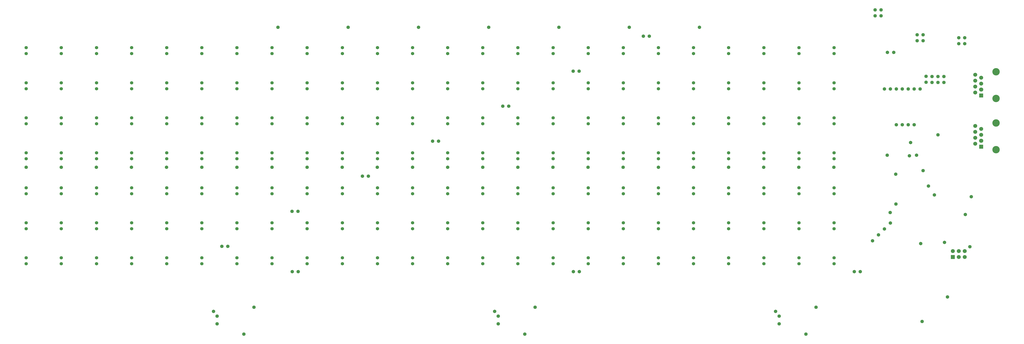
<source format=gbs>
%FSLAX25Y25*%
%MOIN*%
G70*
G01*
G75*
G04 Layer_Color=16711935*
%ADD10O,0.02165X0.06890*%
%ADD11O,0.06890X0.02165*%
%ADD12R,0.12992X0.07874*%
%ADD13O,0.02362X0.08661*%
%ADD14R,0.03543X0.03543*%
%ADD15C,0.03937*%
%ADD16R,0.03347X0.03347*%
%ADD17R,0.03937X0.03937*%
%ADD18R,0.06299X0.11811*%
%ADD19R,0.07874X0.23622*%
%ADD20R,0.06299X0.02362*%
%ADD21R,0.04921X0.12008*%
%ADD22R,0.04724X0.13780*%
%ADD23R,0.08661X0.09252*%
%ADD24R,0.06102X0.09252*%
%ADD25R,0.03347X0.06693*%
%ADD26R,0.21850X0.25590*%
%ADD27R,0.22638X0.25590*%
%ADD28R,0.02362X0.08661*%
%ADD29C,0.05000*%
%ADD30C,0.02000*%
%ADD31C,0.01500*%
%ADD32C,0.02500*%
%ADD33C,0.03000*%
%ADD34C,0.01000*%
%ADD35C,0.04724*%
%ADD36C,0.04724*%
%ADD37R,0.05906X0.05906*%
%ADD38C,0.05906*%
%ADD39C,0.05906*%
%ADD40C,0.06299*%
%ADD41C,0.11614*%
%ADD42R,0.05906X0.05906*%
%ADD43C,0.05000*%
%ADD44C,0.02362*%
%ADD45C,0.00984*%
%ADD46C,0.00787*%
%ADD47O,0.02965X0.07690*%
%ADD48O,0.07690X0.02965*%
%ADD49R,0.13792X0.08674*%
%ADD50O,0.03162X0.09461*%
%ADD51R,0.04343X0.04343*%
%ADD52C,0.09843*%
%ADD53R,0.04147X0.04147*%
%ADD54R,0.04737X0.04737*%
%ADD55R,0.07099X0.12611*%
%ADD56R,0.08674X0.24422*%
%ADD57R,0.07099X0.03162*%
%ADD58R,0.05721X0.12808*%
%ADD59R,0.05524X0.14579*%
%ADD60R,0.09461X0.10052*%
%ADD61R,0.06902X0.10052*%
%ADD62R,0.04147X0.07493*%
%ADD63R,0.22650X0.26391*%
%ADD64R,0.23438X0.26391*%
%ADD65R,0.03162X0.09461*%
%ADD66C,0.05524*%
%ADD67C,0.05524*%
%ADD68R,0.06706X0.06706*%
%ADD69C,0.06706*%
%ADD70C,0.06706*%
%ADD71C,0.07099*%
%ADD72C,0.12414*%
%ADD73R,0.06706X0.06706*%
%ADD74C,0.05800*%
D66*
X472441Y531496D02*
D03*
Y521496D02*
D03*
X590551Y236221D02*
D03*
Y226220D02*
D03*
X649606Y236221D02*
D03*
Y226220D02*
D03*
X708661Y236221D02*
D03*
Y226220D02*
D03*
X767717Y236221D02*
D03*
Y226220D02*
D03*
X826772Y236221D02*
D03*
Y226220D02*
D03*
X885827Y236221D02*
D03*
Y226220D02*
D03*
X944882Y236221D02*
D03*
Y226220D02*
D03*
X1003937Y236221D02*
D03*
Y226220D02*
D03*
X1062992Y236221D02*
D03*
Y226220D02*
D03*
X1122047Y236221D02*
D03*
Y226220D02*
D03*
X1181102Y236221D02*
D03*
Y226220D02*
D03*
X1240158Y236221D02*
D03*
Y226220D02*
D03*
X1299213Y236221D02*
D03*
Y226220D02*
D03*
X1358268Y236221D02*
D03*
Y226220D02*
D03*
X1417323Y236221D02*
D03*
Y226220D02*
D03*
X1476378Y236221D02*
D03*
Y226220D02*
D03*
X118110Y236221D02*
D03*
Y226220D02*
D03*
X177165Y236221D02*
D03*
Y226220D02*
D03*
X236221Y236221D02*
D03*
Y226220D02*
D03*
X295276Y236221D02*
D03*
Y226220D02*
D03*
X354331Y236221D02*
D03*
Y226220D02*
D03*
X413386Y236221D02*
D03*
Y226220D02*
D03*
X472441Y236221D02*
D03*
Y226220D02*
D03*
X531496Y236221D02*
D03*
Y226220D02*
D03*
X590551Y580551D02*
D03*
Y521496D02*
D03*
Y462441D02*
D03*
Y403386D02*
D03*
Y344331D02*
D03*
Y285276D02*
D03*
X649606Y580551D02*
D03*
Y521496D02*
D03*
Y462441D02*
D03*
Y403386D02*
D03*
Y344331D02*
D03*
Y285276D02*
D03*
X708661Y580551D02*
D03*
Y521496D02*
D03*
Y462441D02*
D03*
Y403386D02*
D03*
Y344331D02*
D03*
Y285276D02*
D03*
X767717Y580551D02*
D03*
Y521496D02*
D03*
Y462441D02*
D03*
Y403386D02*
D03*
Y344331D02*
D03*
Y285276D02*
D03*
X826772Y580551D02*
D03*
Y521496D02*
D03*
Y462441D02*
D03*
Y403386D02*
D03*
Y344331D02*
D03*
Y285276D02*
D03*
X885827Y580551D02*
D03*
Y521496D02*
D03*
Y462441D02*
D03*
Y403386D02*
D03*
Y344331D02*
D03*
Y285276D02*
D03*
X944882Y580551D02*
D03*
Y521496D02*
D03*
Y462441D02*
D03*
Y403386D02*
D03*
Y344331D02*
D03*
Y285276D02*
D03*
X1003937Y580551D02*
D03*
Y521496D02*
D03*
Y462441D02*
D03*
Y403386D02*
D03*
Y344331D02*
D03*
X118110Y580551D02*
D03*
Y521496D02*
D03*
Y462441D02*
D03*
Y403386D02*
D03*
Y344331D02*
D03*
Y285276D02*
D03*
X177165Y580551D02*
D03*
Y521496D02*
D03*
Y462441D02*
D03*
Y403386D02*
D03*
Y344331D02*
D03*
Y285276D02*
D03*
X236221Y580551D02*
D03*
Y521496D02*
D03*
Y462441D02*
D03*
Y403386D02*
D03*
Y344331D02*
D03*
Y285276D02*
D03*
X295276Y580551D02*
D03*
Y521496D02*
D03*
Y462441D02*
D03*
Y403386D02*
D03*
Y344331D02*
D03*
Y285276D02*
D03*
X354331Y580551D02*
D03*
Y521496D02*
D03*
Y462441D02*
D03*
Y403386D02*
D03*
Y344331D02*
D03*
Y285276D02*
D03*
X413386Y580551D02*
D03*
Y521496D02*
D03*
Y462441D02*
D03*
Y403386D02*
D03*
Y344331D02*
D03*
Y285276D02*
D03*
X472441Y580551D02*
D03*
Y462441D02*
D03*
Y403386D02*
D03*
Y344331D02*
D03*
Y285276D02*
D03*
X531496Y580551D02*
D03*
Y521496D02*
D03*
Y462441D02*
D03*
Y403386D02*
D03*
Y344331D02*
D03*
Y285276D02*
D03*
X1062992Y580551D02*
D03*
Y521496D02*
D03*
Y462441D02*
D03*
Y403386D02*
D03*
Y344331D02*
D03*
Y285276D02*
D03*
X1122047Y580551D02*
D03*
Y462441D02*
D03*
Y403386D02*
D03*
Y344331D02*
D03*
Y285276D02*
D03*
X1181102Y580551D02*
D03*
Y521496D02*
D03*
Y462441D02*
D03*
Y403386D02*
D03*
Y344331D02*
D03*
Y285276D02*
D03*
X1240158Y580551D02*
D03*
Y521496D02*
D03*
Y462441D02*
D03*
Y403386D02*
D03*
Y344331D02*
D03*
Y285276D02*
D03*
X1299213Y580551D02*
D03*
Y521496D02*
D03*
Y462441D02*
D03*
Y403386D02*
D03*
Y344331D02*
D03*
Y285276D02*
D03*
X1358268Y580551D02*
D03*
Y521496D02*
D03*
Y462441D02*
D03*
Y403386D02*
D03*
Y344331D02*
D03*
Y285276D02*
D03*
X1417323Y580551D02*
D03*
Y521496D02*
D03*
Y462441D02*
D03*
Y403386D02*
D03*
X1417323Y344331D02*
D03*
X1417323Y285276D02*
D03*
X1476378Y580551D02*
D03*
Y521496D02*
D03*
Y462441D02*
D03*
Y403386D02*
D03*
Y344331D02*
D03*
Y285276D02*
D03*
X118110Y590551D02*
D03*
X177165D02*
D03*
X236221D02*
D03*
X295276D02*
D03*
X354331D02*
D03*
X413386D02*
D03*
X472441D02*
D03*
X531496D02*
D03*
X590551D02*
D03*
X649606D02*
D03*
X708661D02*
D03*
X767717D02*
D03*
X826772D02*
D03*
X885827D02*
D03*
X944882D02*
D03*
X1003937D02*
D03*
X1062992D02*
D03*
X1122047D02*
D03*
X1181102D02*
D03*
X1240158D02*
D03*
X1299213D02*
D03*
X1358268D02*
D03*
X1417323D02*
D03*
X1476378D02*
D03*
X177165Y531496D02*
D03*
X236221D02*
D03*
X295276D02*
D03*
X354331D02*
D03*
X413386D02*
D03*
X531496D02*
D03*
X590551D02*
D03*
X649606D02*
D03*
X708661D02*
D03*
X767717D02*
D03*
X826772D02*
D03*
X885827D02*
D03*
X944882D02*
D03*
X1003937D02*
D03*
X1062992D02*
D03*
X1181102D02*
D03*
X1240158D02*
D03*
X1299213D02*
D03*
X1358268D02*
D03*
X1417323D02*
D03*
X1476378D02*
D03*
X118110Y472441D02*
D03*
X177165D02*
D03*
X236221D02*
D03*
X295276D02*
D03*
X354331D02*
D03*
X413386D02*
D03*
X472441D02*
D03*
X531496D02*
D03*
X590551D02*
D03*
X649606D02*
D03*
X708661D02*
D03*
X767717D02*
D03*
X826772D02*
D03*
X885827D02*
D03*
X944882D02*
D03*
X1003937D02*
D03*
X1062992D02*
D03*
X1122047D02*
D03*
X1181102D02*
D03*
X1240158D02*
D03*
X1299213D02*
D03*
X1358268D02*
D03*
X1417323D02*
D03*
X1476378D02*
D03*
X118110Y413386D02*
D03*
X177165D02*
D03*
X236221D02*
D03*
X295276D02*
D03*
X354331D02*
D03*
X413386D02*
D03*
X472441D02*
D03*
X531496D02*
D03*
X590551D02*
D03*
X649606D02*
D03*
X708661D02*
D03*
X767717D02*
D03*
X826772D02*
D03*
X885827D02*
D03*
X944882D02*
D03*
X1003937D02*
D03*
X1062992D02*
D03*
X1122047D02*
D03*
X1181102D02*
D03*
X1240158D02*
D03*
X1299213D02*
D03*
X1358268D02*
D03*
X1417323D02*
D03*
X1476378D02*
D03*
X118110Y354331D02*
D03*
X177165D02*
D03*
X236221D02*
D03*
X295276D02*
D03*
X354331D02*
D03*
X413386D02*
D03*
X472441D02*
D03*
X531496D02*
D03*
X590551D02*
D03*
X649606D02*
D03*
X708661D02*
D03*
X767717D02*
D03*
X826772D02*
D03*
X885827D02*
D03*
X944882D02*
D03*
X1003937D02*
D03*
X1062992D02*
D03*
X1122047D02*
D03*
X1181102D02*
D03*
X1240158D02*
D03*
X1299213D02*
D03*
X1358268D02*
D03*
X1417323D02*
D03*
X1476378D02*
D03*
X118110Y295276D02*
D03*
X177165D02*
D03*
X236221D02*
D03*
X295276D02*
D03*
X354331D02*
D03*
X413386D02*
D03*
X472441D02*
D03*
X531496D02*
D03*
X590551D02*
D03*
X649606D02*
D03*
X708661D02*
D03*
X767717D02*
D03*
X826772D02*
D03*
X885827D02*
D03*
X944882D02*
D03*
X1062992D02*
D03*
X1122047D02*
D03*
X1181102D02*
D03*
X1240158D02*
D03*
X1299213D02*
D03*
X1358268D02*
D03*
X1417323D02*
D03*
X1476378D02*
D03*
X1003937D02*
D03*
Y285276D02*
D03*
X1122047Y531496D02*
D03*
Y521496D02*
D03*
D67*
X118110Y531496D02*
D03*
D68*
X1676071Y237551D02*
D03*
D69*
Y247551D02*
D03*
X1686071Y237551D02*
D03*
Y247551D02*
D03*
X1696071Y237551D02*
D03*
Y247551D02*
D03*
D70*
X1713571Y448705D02*
D03*
Y438705D02*
D03*
X1723571Y443705D02*
D03*
X1713575Y535043D02*
D03*
Y525043D02*
D03*
X1723575Y530043D02*
D03*
X1713575Y515043D02*
D03*
X1723575Y540043D02*
D03*
X1713575Y545043D02*
D03*
X1713571Y428705D02*
D03*
X1723571Y453705D02*
D03*
X1713571Y458705D02*
D03*
D71*
X1723571Y433705D02*
D03*
X1723575Y520043D02*
D03*
D72*
X1748571Y418705D02*
D03*
Y463705D02*
D03*
X1748575Y505043D02*
D03*
Y550043D02*
D03*
D73*
X1723575Y510043D02*
D03*
X1723571Y423705D02*
D03*
D74*
X1446000Y153000D02*
D03*
X1384000Y138000D02*
D03*
X1428913Y107740D02*
D03*
X1384000Y125000D02*
D03*
X1378000Y146000D02*
D03*
X1704811Y254961D02*
D03*
X1667071Y170205D02*
D03*
X1622071Y260205D02*
D03*
X1603071Y408205D02*
D03*
X1626071Y383205D02*
D03*
X1580500Y327000D02*
D03*
X1645071Y342205D02*
D03*
X1661000Y542000D02*
D03*
X1631071Y542205D02*
D03*
Y532205D02*
D03*
X1661000Y532000D02*
D03*
X1651000Y542000D02*
D03*
X1641000D02*
D03*
Y532000D02*
D03*
X1651000D02*
D03*
X1662071Y262205D02*
D03*
X1707071Y339205D02*
D03*
X1697071Y309205D02*
D03*
X1570800Y312800D02*
D03*
X1635071Y357205D02*
D03*
X1580071Y377205D02*
D03*
X1686071Y607205D02*
D03*
X1696071D02*
D03*
Y597205D02*
D03*
X1686071D02*
D03*
X1566071Y582705D02*
D03*
X1651071Y443705D02*
D03*
X1565571Y409205D02*
D03*
X1615071D02*
D03*
X1576571Y582705D02*
D03*
X1605071Y430705D02*
D03*
X905559Y146000D02*
D03*
X433118D02*
D03*
X1616071Y602205D02*
D03*
Y612205D02*
D03*
X1626071Y602205D02*
D03*
Y612205D02*
D03*
X439118Y125000D02*
D03*
X911559D02*
D03*
X956472Y107740D02*
D03*
X484031D02*
D03*
X1165700Y610100D02*
D03*
X1155700D02*
D03*
X1037590Y551045D02*
D03*
X1047590D02*
D03*
X919479Y491990D02*
D03*
X929480D02*
D03*
X801369Y432935D02*
D03*
X811369D02*
D03*
X683259Y373880D02*
D03*
X693259D02*
D03*
X565149Y314824D02*
D03*
X575149D02*
D03*
X447039Y255769D02*
D03*
X457039D02*
D03*
X1561000Y285000D02*
D03*
X1551000Y275000D02*
D03*
X1541000Y265000D02*
D03*
X1571000Y295000D02*
D03*
X1621000Y521000D02*
D03*
X1611000D02*
D03*
X1601000D02*
D03*
X1591000D02*
D03*
X1581000D02*
D03*
X1571000D02*
D03*
X1561000D02*
D03*
X1611000Y460528D02*
D03*
X1601000D02*
D03*
X1591000D02*
D03*
X1581000D02*
D03*
X1250000Y625000D02*
D03*
X1131890Y625000D02*
D03*
X1013780Y625000D02*
D03*
X895669D02*
D03*
X777559Y625000D02*
D03*
X659449D02*
D03*
X541339Y625000D02*
D03*
X911559Y138000D02*
D03*
X973559Y153000D02*
D03*
X501118D02*
D03*
X439118Y138000D02*
D03*
X1510400Y213000D02*
D03*
X1520400D02*
D03*
X1047959D02*
D03*
X1037959D02*
D03*
X575518D02*
D03*
X565518D02*
D03*
X1545500Y644500D02*
D03*
X1555500D02*
D03*
Y654500D02*
D03*
X1545500D02*
D03*
X1624500Y129000D02*
D03*
X708500Y389000D02*
D03*
X767555D02*
D03*
X826610D02*
D03*
X885665D02*
D03*
X944720D02*
D03*
X1062831D02*
D03*
X1003776D02*
D03*
X1121886D02*
D03*
X1239996D02*
D03*
X1299051D02*
D03*
X1358106Y389000D02*
D03*
X1417161D02*
D03*
X1476217Y389000D02*
D03*
X1180941Y389000D02*
D03*
X649445Y389000D02*
D03*
X590390Y389000D02*
D03*
X531335D02*
D03*
X472280D02*
D03*
X413224Y389000D02*
D03*
X354169Y389000D02*
D03*
X295114D02*
D03*
X236059D02*
D03*
X177004D02*
D03*
X117949D02*
D03*
M02*

</source>
